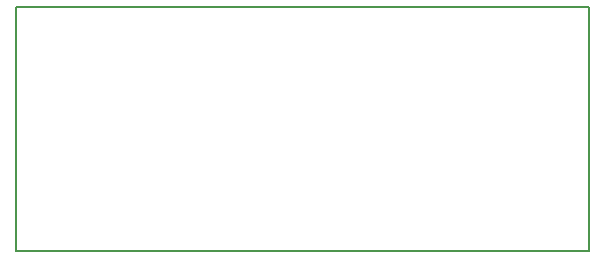
<source format=gbr>
%FSLAX34Y34*%
%MOMM*%
%LNOUTLINE*%
G71*
G01*
%ADD10C, 0.20*%
%LPD*%
G54D10*
X3175Y-3175D02*
X3175Y-209550D01*
X488950Y-209550D01*
X488950Y-3175D01*
X3175Y-3175D01*
M02*

</source>
